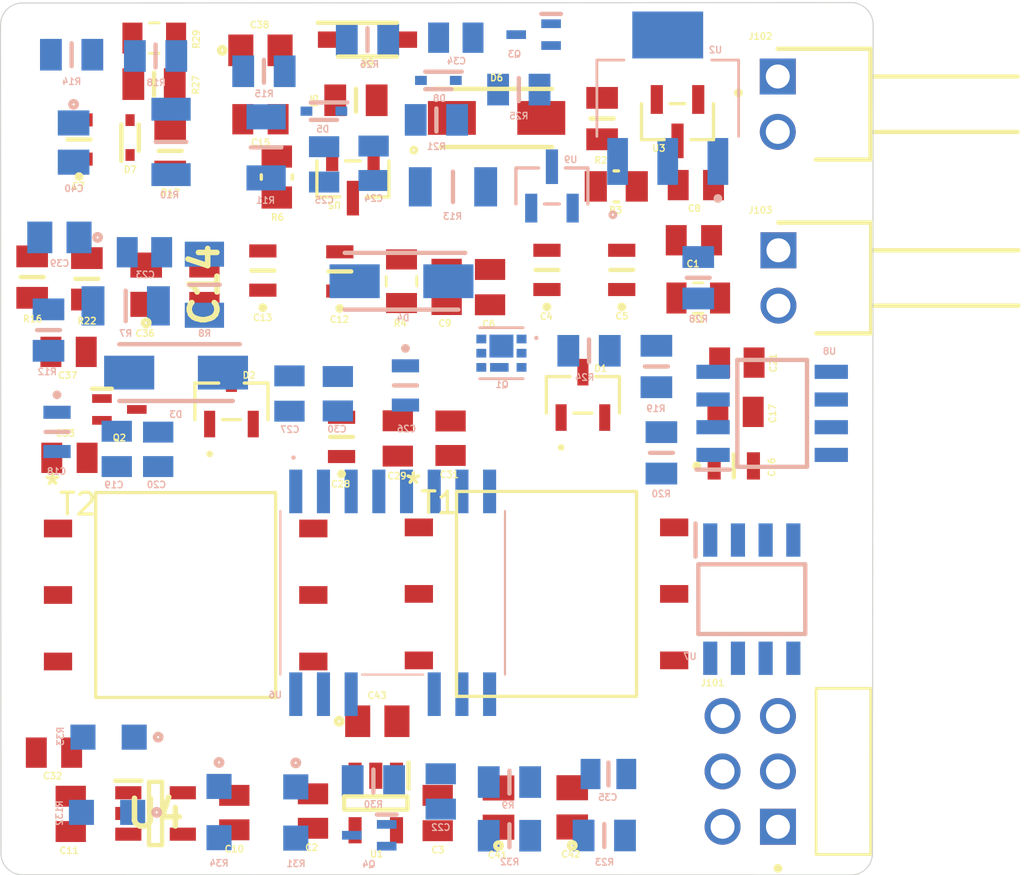
<source format=kicad_pcb>
(kicad_pcb (version 20240108) (generator "pcbnew") (generator_version "8.0")
  (layers (0 "F.Cu" signal) (31 "B.Cu" signal) (34 "B.Paste" user) (35 "F.Paste" user) (36 "B.SilkS" user "B.Silkscreen") (37 "F.SilkS" user "F.Silkscreen") (38 "B.Mask" user) (39 "F.Mask" user) (44 "Edge.Cuts" user))
  (net 0 "")
  (net 1 "+15Va")
  (net 2 "Coma")
  (net 3 "GND")
  (net 4 "5Vin")
  (net 5 "-4Va")
  (net 6 "-4Vb")
  (net 7 "Vcc5V")
  (net 8 "Comb")
  (net 9 "+15Vb")
  (net 10 "G1")
  (net 11 "Net-(D3-K)")
  (net 12 "G2")
  (net 13 "Net-(D4-K)")
  (net 14 "Net-(C25-Pad1)")
  (net 15 "Net-(D8-K)")
  (net 16 "Net-(U6-INB)")
  (net 17 "Net-(U6-INA)")
  (net 18 "Net-(D5-A)")
  (net 19 "Net-(D7-K)")
  (net 20 "Net-(D7-A)")
  (net 21 "Net-(D8-A)")
  (net 22 "FLT")
  (net 23 "RESET")
  (net 24 "Vg2")
  (net 25 "Net-(J101-Pad4)")
  (net 26 "Vg1")
  (net 27 "Net-(Q1-Pad1)")
  (net 28 "Net-(Q2-E)")
  (net 29 "Net-(Q4-C)")
  (net 30 "Net-(U4-D2)")
  (net 31 "Net-(U4-D1)")
  (net 32 "Net-(U1-D2)")
  (net 33 "Net-(U1-D1)")
  (net 34 "Net-(U7-INA)")
  (net 36 "Net-(U7-OUTB)")
  (net 37 "Net-(U9-REF)")
  (net 38 "Net-(U8--IN_A)")
  (net 39 "Net-(R6-R2)")
  (net 40 "Net-(R3-R2)")
  (net 41 "Net-(Q4-B)")
  (net 42 "Net-(Q3-C)")
  (net 43 "Net-(Q2-B)")
  (net 44 "Net-(D4-A)")
  (net 45 "Net-(D3-A)")
  (net 46 "Net-(D2-Pad2)")
  (net 47 "Net-(D2-Pad1)")
  (net 48 "Net-(D1-Pad1)")
  (net 49 "Net-(D1-Pad2)")
  (net 50 "Net-(U6-DT)")
  (net 51 "Net-(Q3-B)")
  (net 52 "Net-(U8-+IN_B)")
  (net 53 "Net-(U7-INB)")
  (footprint "GRT21BR61H475KE13L:GRT21BR61E226ME13L" (layer "F.Cu") (at 111.58 67.92)
    (property "Reference" "C16" (at 1.74 0.0586 90) (layer "F.SilkS") (effects (font (size 0.3 0.3) (thickness 0.06) (bold yes))))
    (property "Value" "4.7µF" (hide yes))
    (pad "1" smd rect (at -0.9 0) (size 0.6 1.25) (layers "F.Cu" "F.Paste" "F.Mask") (net 5 "-4Va"))
    (pad "2" smd rect (at 0.9 0) (size 0.6 1.25) (layers "F.Cu" "F.Paste" "F.Mask") (net 2 "Coma"))
  )
  (footprint "BZT52C5V1-G3-08:SOD3716X135N" (layer "F.Cu") (at 94.78 48.37)
    (property "Reference" "D9" (at 0.01 1.07 0) (layer "F.SilkS") (effects (font (size 0.3 0.3) (thickness 0.06) (bold yes))))
    (property "Value" "5.1V" (hide yes))
    (pad "1" smd rect (at -1.65 0 90) (size 0.75 1.25) (layers "F.Cu" "F.Paste" "F.Mask") (net 21 "Net-(D8-A)"))
    (pad "2" smd rect (at 1.65 0 90) (size 0.75 1.25) (layers "F.Cu" "F.Paste" "F.Mask") (net 6 "-4Vb"))
  )
  (footprint "GRT21BR61H475KE13L:GRT21BR61E226ME13L" (layer "F.Cu") (at 81.55 52.95 90)
    (property "Reference" "C7" (at -2.13 -0.03 0) (layer "F.SilkS") (effects (font (size 0.3 0.3) (thickness 0.06) (bold yes))))
    (property "Value" "4.7µF" (hide yes))
    (pad "1" smd rect (at -0.9 0 90) (size 0.6 1.25) (layers "F.Cu" "F.Paste" "F.Mask") (net 6 "-4Vb"))
    (pad "2" smd rect (at 0.9 0 90) (size 0.6 1.25) (layers "F.Cu" "F.Paste" "F.Mask") (net 7 "Vcc5V"))
  )
  (footprint "GRT21BR61H475KE13L:GRT21BR61E226ME13L" (layer "F.Cu") (at 89.98 58.96 90)
    (property "Reference" "C13" (at -2.16 -0.01 0) (layer "F.SilkS") (effects (font (size 0.3 0.3) (thickness 0.06) (bold yes))))
    (property "Value" "4.7µF" (hide yes))
    (pad "1" smd rect (at -0.9 0 90) (size 0.6 1.25) (layers "F.Cu" "F.Paste" "F.Mask") (net 6 "-4Vb"))
    (pad "2" smd rect (at 0.9 0 90) (size 0.6 1.25) (layers "F.Cu" "F.Paste" "F.Mask") (net 9 "+15Vb"))
  )
  (footprint "0805B104K250CT:CAPC2012X90N" (layer "F.Cu") (at 81.17 83.88 90)
    (property "Reference" "C11" (at -1.68 -0.07 0) (layer "F.SilkS") (effects (font (size 0.3 0.3) (thickness 0.06) (bold yes))))
    (property "Value" "0.1µF" (hide yes))
    (pad "1" smd rect (at -0.81 0 90) (size 0.96 1.39) (layers "F.Cu" "F.Paste" "F.Mask") (net 3 "GND"))
    (pad "2" smd rect (at 0.81 0 90) (size 0.96 1.39) (layers "F.Cu" "F.Paste" "F.Mask") (net 4 "5Vin"))
  )
  (footprint "C0805C101J1GACAUTO:C0805" (layer "F.Cu") (at 104.17 83.58 90)
    (property "Reference" "C42" (at -2.15 -0.07 0) (layer "F.SilkS") (effects (font (size 0.3 0.3) (thickness 0.06) (bold yes))))
    (property "Value" "100pF" (hide yes))
    (pad "1" smd rect (at -0.9 0 90) (size 1.15 1.45) (layers "F.Cu" "F.Paste" "F.Mask") (net 3 "GND"))
    (pad "2" smd rect (at 0.9 0 90) (size 1.15 1.45) (layers "F.Cu" "F.Paste" "F.Mask") (net 17 "Net-(U6-INA)"))
  )
  (footprint "AC0805KRX7R8BB104:CAPC2012X95N" (layer "F.Cu") (at 111.72 63.1814)
    (property "Reference" "C21" (at 1.67 0.0086 90) (layer "F.SilkS") (effects (font (size 0.3 0.3) (thickness 0.06) (bold yes))))
    (property "Value" "0.01µF" (hide yes))
    (pad "1" smd rect (at -0.79 0) (size 0.96 1.39) (layers "F.Cu" "F.Paste" "F.Mask") (net 5 "-4Va"))
    (pad "2" smd rect (at 0.79 0) (size 0.96 1.39) (layers "F.Cu" "F.Paste" "F.Mask") (net 2 "Coma"))
  )
  (footprint "CR0805-FX-5101ELF:RESC2012X60N" (layer "F.Cu") (at 81.91 59.34 90)
    (property "Reference" "R22" (at -1.93 0 0) (layer "F.SilkS") (effects (font (size 0.3 0.3) (thickness 0.06) (bold yes))))
    (property "Value" "2.2k" (hide yes))
    (pad "1" smd rect (at -0.95 0 90) (size 1 1.45) (layers "F.Cu" "F.Paste" "F.Mask") (net 20 "Net-(D7-A)"))
    (pad "2" smd rect (at 0.95 0 90) (size 1 1.45) (layers "F.Cu" "F.Paste" "F.Mask") (net 52 "Net-(U8-+IN_B)"))
  )
  (footprint "90121-0762:HDRRA2W64P0X254_1X2_508X250X360P" (layer "F.Cu") (at 113.6275 58.03 -90)
    (property "Reference" "J103" (at -1.84 0.8275 180) (layer "F.SilkS") (effects (font (size 0.3 0.3) (thickness 0.06) (bold yes))))
    (property "Value" "90121-0762" (hide yes))
    (pad "1" thru_hole rect (at 0 0 270) (size 1.65 1.65) (drill 1.1) (layers "*.Cu" "*.Mask") (net 2 "Coma"))
    (pad "2" thru_hole circle (at 2.54 0 270) (size 1.65 1.65) (drill 1.1) (layers "*.Cu" "*.Mask") (net 10 "G1"))
  )
  (footprint "CR0805-FX-5101ELF:RESC2012X60N" (layer "F.Cu") (at 85.73 53.47 90)
    (property "Reference" "R17" (at -1.92 0.01 0) (layer "F.SilkS") (effects (font (size 0.3 0.3) (thickness 0.06) (bold yes))))
    (property "Value" "1.0k" (hide yes))
    (pad "1" smd rect (at -0.95 0 90) (size 1 1.45) (layers "F.Cu" "F.Paste" "F.Mask") (net 19 "Net-(D7-K)"))
    (pad "2" smd rect (at 0.95 0 90) (size 1 1.45) (layers "F.Cu" "F.Paste" "F.Mask") (net 42 "Net-(Q3-C)"))
  )
  (footprint "C0805C101J1GACAUTO:C0805" (layer "F.Cu") (at 100.79 83.59 90)
    (property "Reference" "C41" (at -2.17 -0.05 0) (layer "F.SilkS") (effects (font (size 0.3 0.3) (thickness 0.06) (bold yes))))
    (property "Value" "100pF" (hide yes))
    (pad "1" smd rect (at -0.9 0 90) (size 1.15 1.45) (layers "F.Cu" "F.Paste" "F.Mask") (net 3 "GND"))
    (pad "2" smd rect (at 0.9 0 90) (size 1.15 1.45) (layers "F.Cu" "F.Paste" "F.Mask") (net 16 "Net-(U6-INB)"))
  )
  (footprint "750343725:TRANSFORMER_750343725_WRE-L" (layer "F.Cu") (at 102.99 73.79)
    (property "Reference" "T1" (at -4.93 -4.18 0) (layer "F.SilkS"))
    (property "Value" "750343725")
    (fp_text user "*" (at -6.1087 -5.005799 0) (layer "F.SilkS"))
    (fp_text user "*" (at -6.1087 -5.005799 0) (layer "F.SilkS"))
    (pad "1" smd rect (at -5.8547 -3.049999) (size 1.2954 0.8128) (layers "F.Cu" "F.Paste" "F.Mask") (net 32 "Net-(U1-D2)"))
    (pad "2" smd rect (at -5.8547 0) (size 1.2954 0.8128) (layers "F.Cu" "F.Paste" "F.Mask") (net 4 "5Vin"))
    (pad "3" smd rect (at -5.8547 3.049999) (size 1.2954 0.8128) (layers "F.Cu" "F.Paste" "F.Mask") (net 33 "Net-(U1-D1)"))
    (pad "4" smd rect (at 5.8547 3.049999) (size 1.2954 0.8128) (layers "F.Cu" "F.Paste" "F.Mask") (net 49 "Net-(D1-Pad2)"))
    (pad "5" smd rect (at 5.8547 0) (size 1.2954 0.8128) (layers "F.Cu" "F.Paste" "F.Mask") (net 5 "-4Va"))
    (pad "6" smd rect (at 5.8547 -3.049999) (size 1.2954 0.8128) (layers "F.Cu" "F.Paste" "F.Mask") (net 48 "Net-(D1-Pad1)"))
  )
  (footprint "LMK212ABJ106KGHT:CAPC2012X135N" (layer "F.Cu") (at 92.28 83.75 90)
    (property "Reference" "C2" (at -1.67 -0.06 0) (layer "F.SilkS") (effects (font (size 0.3 0.3) (thickness 0.06) (bold yes))))
    (property "Value" "10µF" (hide yes))
    (pad "1" smd rect (at -0.79 0 90) (size 0.96 1.39) (layers "F.Cu" "F.Paste" "F.Mask") (net 4 "5Vin"))
    (pad "2" smd rect (at 0.79 0 90) (size 0.96 1.39) (layers "F.Cu" "F.Paste" "F.Mask") (net 3 "GND"))
  )
  (footprint "GRT21BR61H475KE13L:GRT21BR61E226ME13L" (layer "F.Cu") (at 106.44 58.93 90)
    (property "Reference" "C5" (at -2.12 0.01 0) (layer "F.SilkS") (effects (font (size 0.3 0.3) (thickness 0.06) (bold yes))))
    (property "Value" "4.7µF" (hide yes))
    (pad "1" smd rect (at -0.9 0 90) (size 0.6 1.25) (layers "F.Cu" "F.Paste" "F.Mask") (net 5 "-4Va"))
    (pad "2" smd rect (at 0.9 0 90) (size 0.6 1.25) (layers "F.Cu" "F.Paste" "F.Mask") (net 1 "+15Va"))
  )
  (footprint "SN6501QDBVRQ1_KiCad:SOT95P280X145-5N" (layer "F.Cu") (at 95.16 83.38 -90)
    (property "Reference" "U1" (at 2.34 -0.04 180) (layer "F.SilkS") (effects (font (size 0.3 0.3) (thickness 0.06) (bold yes))))
    (property "Value" "SN6501QDBVRQ1" (hide yes))
    (pad "1" smd rect (at -1.25 -0.95) (size 0.6 1.2) (layers "F.Cu" "F.Paste" "F.Mask") (net 33 "Net-(U1-D1)"))
    (pad "2" smd rect (at -1.25 0) (size 0.6 1.2) (layers "F.Cu" "F.Paste" "F.Mask") (net 4 "5Vin"))
    (pad "3" smd rect (at -1.25 0.95) (size 0.6 1.2) (layers "F.Cu" "F.Paste" "F.Mask") (net 32 "Net-(U1-D2)"))
    (pad "4" smd rect (at 1.25 0.95) (size 0.6 1.2) (layers "F.Cu" "F.Paste" "F.Mask") (net 3 "GND"))
    (pad "5" smd rect (at 1.25 -0.95) (size 0.6 1.2) (layers "F.Cu" "F.Paste" "F.Mask") (net 3 "GND"))
  )
  (footprint "0805B104K250CT:CAPC2012X90N" (layer "F.Cu") (at 109.75 57.57)
    (property "Reference" "C1" (at -0.04 1.08 0) (layer "F.SilkS") (effects (font (size 0.3 0.3) (thickness 0.06) (bold yes))))
    (property "Value" "0.1µF" (hide yes))
    (pad "1" smd rect (at -0.81 0) (size 0.96 1.39) (layers "F.Cu" "F.Paste" "F.Mask") (net 2 "Coma"))
    (pad "2" smd rect (at 0.81 0) (size 0.96 1.39) (layers "F.Cu" "F.Paste" "F.Mask") (net 1 "+15Va"))
  )
  (footprint "1N4149X-TP:SODFL1608X70N" (layer "F.Cu") (at 83.89 52.86 90)
    (property "Reference" "D7" (at -1.47 0.01 0) (layer "F.SilkS") (effects (font (size 0.3 0.3) (thickness 0.06) (bold yes))))
    (property "Value" "1N4148X-TP" (hide yes))
    (pad "1" smd rect (at -0.8 0 180) (size 0.42 0.54) (layers "F.Cu" "F.Paste" "F.Mask") (net 19 "Net-(D7-K)"))
    (pad "2" smd rect (at 0.8 0 180) (size 0.42 0.54) (layers "F.Cu" "F.Paste" "F.Mask") (net 20 "Net-(D7-A)"))
  )
  (footprint "90122-0763:MOLEX_90122-0763" (layer "F.Cu") (at 112.335 81.93 90)
    (property "Reference" "J101" (at 4.06 -1.725 0) (layer "F.SilkS") (effects (font (size 0.3 0.3) (thickness 0.06) (bold yes))))
    (property "Value" "90122-0763" (hide yes))
    (pad "1" thru_hole rect (at -2.54 1.27 90) (size 1.65 1.65) (drill 1.1) (layers "*.Cu" "*.Mask") (net 23 "RESET"))
    (pad "2" thru_hole circle (at -2.54 -1.27 90) (size 1.65 1.65) (drill 1.1) (layers "*.Cu" "*.Mask") (net 22 "FLT"))
    (pad "3" thru_hole circle (at 0 1.27 90) (size 1.65 1.65) (drill 1.1) (layers "*.Cu" "*.Mask") (net 3 "GND"))
    (pad "4" thru_hole circle (at 0 -1.27 90) (size 1.65 1.65) (drill 1.1) (layers "*.Cu" "*.Mask") (net 25 "Net-(J101-Pad4)"))
    (pad "5" thru_hole circle (at 2.54 1.27 90) (size 1.65 1.65) (drill 1.1) (layers "*.Cu" "*.Mask") (net 24 "Vg2"))
    (pad "6" thru_hole circle (at 2.54 -1.27 90) (size 1.65 1.65) (drill 1.1) (layers "*.Cu" "*.Mask") (net 26 "Vg1"))
  )
  (footprint "RR1220P-4991-D-M:RESC2013X65N" (layer "F.Cu") (at 90.62 54.6702 90)
    (property "Reference" "R6" (at -1.8498 0.03 0) (layer "F.SilkS") (effects (font (size 0.3 0.3) (thickness 0.06) (bold yes))))
    (property "Value" "4.99k" (hide yes))
    (pad "1" smd rect (at -0.9398 0 90) (size 1.016 1.397) (layers "F.Cu" "F.Paste" "F.Mask") (net 6 "-4Vb"))
    (pad "2" smd rect (at 0.9398 0 90) (size 1.016 1.397) (layers "F.Cu" "F.Paste" "F.Mask") (net 39 "Net-(R6-R2)"))
  )
  (footprint "GRT21BR61H475KE13L:GRT21BR61E226ME13L" (layer "F.Cu") (at 103.01 58.93 90)
    (property "Reference" "C4" (at -2.14 -0.03 0) (layer "F.SilkS") (effects (font (size 0.3 0.3) (thickness 0.06) (bold yes))))
    (property "Value" "4.7µF" (hide yes))
    (pad "1" smd rect (at -0.9 0 90) (size 0.6 1.25) (layers "F.Cu" "F.Paste" "F.Mask") (net 5 "-4Va"))
    (pad "2" smd rect (at 0.9 0 90) (size 0.6 1.25) (layers "F.Cu" "F.Paste" "F.Mask") (net 1 "+15Va"))
  )
  (footprint "0805B104K250CT:CAPC2012X90N" (layer "F.Cu") (at 98.41 59.71 90)
    (property "Reference" "C9" (at -1.67 -0.08 0) (layer "F.SilkS") (effects (font (size 0.3 0.3) (thickness 0.06) (bold yes))))
    (property "Value" "0.1µF" (hide yes))
    (pad "1" smd rect (at -0.81 0 90) (size 0.96 1.39) (layers "F.Cu" "F.Paste" "F.Mask") (net 8 "Comb"))
    (pad "2" smd rect (at 0.81 0 90) (size 0.96 1.39) (layers "F.Cu" "F.Paste" "F.Mask") (net 9 "+15Vb"))
  )
  (footprint "CRCW08054K70JNEA:RESC2012X50N" (layer "F.Cu") (at 85 48.3)
    (property "Reference" "R29" (at 1.93 0.05 90) (layer "F.SilkS") (effects (font (size 0.3 0.3) (thickness 0.06) (bold yes))))
    (property "Value" "15k")
    (pad "1" smd rect (at -1 0) (size 0.92 1.42) (layers "F.Cu" "F.Paste" "F.Mask") (net 6 "-4Vb"))
    (pad "2" smd rect (at 1 0) (size 0.92 1.42) (layers "F.Cu" "F.Paste" "F.Mask") (net 51 "Net-(Q3-B)"))
  )
  (footprint "SN6501QDBVRQ1_KiCad:SOT95P280X145-5N" (layer "F.Cu") (at 85.06 83.86)
    (property "Reference" "U4" (at 0 0 0) (layer "F.SilkS") (effects (font (size 1.27 1.27) (thickness 0.254))))
    (property "Value" "SN6501QDBVRQ1" (hide yes))
    (pad "1" smd rect (at -1.25 -0.95 90) (size 0.6 1.2) (layers "F.Cu" "F.Paste" "F.Mask") (net 31 "Net-(U4-D1)"))
    (pad "2" smd rect (at -1.25 0 90) (size 0.6 1.2) (layers "F.Cu" "F.Paste" "F.Mask") (net 4 "5Vin"))
    (pad "3" smd rect (at -1.25 0.95 90) (size 0.6 1.2) (layers "F.Cu" "F.Paste" "F.Mask") (net 30 "Net-(U4-D2)"))
    (pad "4" smd rect (at 1.25 0.95 90) (size 0.6 1.2) (layers "F.Cu" "F.Paste" "F.Mask") (net 3 "GND"))
    (pad "5" smd rect (at 1.25 -0.95 90) (size 0.6 1.2) (layers "F.Cu" "F.Paste" "F.Mask") (net 3 "GND"))
  )
  (footprint "0805B104K250CT:CAPC2012X90N" (layer "F.Cu") (at 89.87 52.02)
    (property "Reference" "C15" (at 0.01 1.07 0) (layer "F.SilkS") (effects (font (size 0.3 0.3) (thickness 0.06) (bold yes))))
    (property "Value" "0.1µF" (hide yes))
    (pad "1" smd rect (at -0.81 0) (size 0.96 1.39) (layers "F.Cu" "F.Paste" "F.Mask") (net 6 "-4Vb"))
    (pad "2" smd rect (at 0.81 0) (size 0.96 1.39) (layers "F.Cu" "F.Paste" "F.Mask") (net 8 "Comb"))
  )
  (footprint "0805B104K250CT:CAPC2012X90N" (layer "F.Cu") (at 80.4 81.07)
    (property "Reference" "C32" (at -0.06 1.07 0) (layer "F.SilkS") (effects (font (size 0.3 0.3) (thickness 0.06) (bold yes))))
    (property "Value" "0.1µF" (hide yes))
    (pad "1" smd rect (at -0.81 0) (size 0.96 1.39) (layers "F.Cu" "F.Paste" "F.Mask") (net 3 "GND"))
    (pad "2" smd rect (at 0.81 0) (size 0.96 1.39) (layers "F.Cu" "F.Paste" "F.Mask") (net 4 "5Vin"))
  )
  (footprint "CR0805-FX-5101ELF:RESC2012X60N" (layer "F.Cu") (at 105.54 51.99 90)
    (property "Reference" "R2" (at -1.91 -0.06 0) (layer "F.SilkS") (effects (font (size 0.3 0.3) (thickness 0.06) (bold yes))))
    (property "Value" "3.01k" (hide yes))
    (pad "1" smd rect (at -0.95 0 90) (size 1 1.45) (layers "F.Cu" "F.Paste" "F.Mask") (net 40 "Net-(R3-R2)"))
    (pad "2" smd rect (at 0.95 0 90) (size 1 1.45) (layers "F.Cu" "F.Paste" "F.Mask") (net 2 "Coma"))
  )
  (footprint "GRT21BR61H475KE13L:GRT21BR61E226ME13L" (layer "F.Cu") (at 93.59 66.59 90)
    (property "Reference" "C28" (at -2.16 -0.04 0) (layer "F.SilkS") (effects (font (size 0.3 0.3) (thickness 0.06) (bold yes))))
    (property "Value" "4.7µF" (hide yes))
    (pad "1" smd rect (at -0.9 0 90) (size 0.6 1.25) (layers "F.Cu" "F.Paste" "F.Mask") (net 8 "Comb"))
    (pad "2" smd rect (at 0.9 0 90) (size 0.6 1.25) (layers "F.Cu" "F.Paste" "F.Mask") (net 9 "+15Vb"))
  )
  (footprint "BAV70-E3-08:SOT_70-E3-08_VIS" (layer "F.Cu") (at 88.540001 64.9586)
    (property "Reference" "D2" (at 0.809999 -1.1986 0) (layer "F.SilkS") (effects (font (size 0.3 0.3) (thickness 0.06) (bold yes))))
    (property "Value" "BAV70-E3-08")
    (pad "1" smd rect (at -1.000001 1.0414) (size 0.508 1.2192) (layers "F.Cu" "F.Paste" "F.Mask") (net 47 "Net-(D2-Pad1)"))
    (pad "2" smd rect (at 1.000001 1.0414) (size 0.508 1.2192) (layers "F.Cu" "F.Paste" "F.Mask") (net 46 "Net-(D2-Pad2)"))
    (pad "3" smd rect (at 0 -1.0414) (size 0.508 1.2192) (layers "F.Cu" "F.Paste" "F.Mask") (net 9 "+15Vb"))
  )
  (footprint "BAV70-E3-08:SOT_70-E3-08_VIS" (layer "F.Cu") (at 104.66 64.6614)
    (property "Reference" "D1" (at 0.81 -1.2114 0) (layer "F.SilkS") (effects (font (size 0.3 0.3) (thickness 0.06) (bold yes))))
    (property "Value" "BAV70-E3-08")
    (pad "1" smd rect (at -1.000001 1.0414) (size 0.508 1.2192) (layers "F.Cu" "F.Paste" "F.Mask") (net 48 "Net-(D1-Pad1)"))
    (pad "2" smd rect (at 1.000001 1.0414) (size 0.508 1.2192) (layers "F.Cu" "F.Paste" "F.Mask") (net 49 "Net-(D1-Pad2)"))
    (pad "3" smd rect (at 0 -1.0414) (size 0.508 1.2192) (layers "F.Cu" "F.Paste" "F.Mask") (net 1 "+15Va"))
  )
  (footprint "0805B104K250CT:CAPC2012X90N" (layer "F.Cu") (at 109.84 55.04)
    (property "Reference" "C8" (at -0.07 1.07 0) (layer "F.SilkS") (effects (font (size 0.3 0.3) (thickness 0.06) (bold yes))))
    (property "Value" "0.1µF" (hide yes))
    (pad "1" smd rect (at -0.81 0) (size 0.96 1.39) (layers "F.Cu" "F.Paste" "F.Mask") (net 5 "-4Va"))
    (pad "2" smd rect (at 0.81 0) (size 0.96 1.39) (layers "F.Cu" "F.Paste" "F.Mask") (net 2 "Coma"))
  )
  (footprint "0805B104K250CT:CAPC2012X90N" (layer "F.Cu") (at 96.17 66.66 90)
    (property "Reference" "C29" (at -1.72 -0.04 0) (layer "F.SilkS") (effects (font (size 0.3 0.3) (thickness 0.06) (bold yes))))
    (property "Value" "0.1µF" (hide yes))
    (pad "1" smd rect (at -0.81 0 90) (size 0.96 1.39) (layers "F.Cu" "F.Paste" "F.Mask") (net 8 "Comb"))
    (pad "2" smd rect (at 0.81 0 90) (size 0.96 1.39) (layers "F.Cu" "F.Paste" "F.Mask") (net 9 "+15Vb"))
  )
  (footprint "RR1220P-4991-D-M:RESC2013X65N" (layer "F.Cu") (at 106.19 55.1)
    (property "Reference" "R3" (at -0.03 1.09 0) (layer "F.SilkS") (effects (font (size 0.3 0.3) (thickness 0.06) (bold yes))))
    (property "Value" "4.99k" (hide yes))
    (pad "1" smd rect (at -0.9398 0) (size 1.016 1.397) (layers "F.Cu" "F.Paste" "F.Mask") (net 5 "-4Va"))
    (pad "2" smd rect (at 0.9398 0) (size 1.016 1.397) (layers "F.Cu" "F.Paste" "F.Mask") (net 40 "Net-(R3-R2)"))
  )
  (footprint "CRCW08054K70JNEA:RESC2012X50N" (layer "F.Cu") (at 96.34 59.45 90)
    (property "Reference" "R4" (at -1.93 -0.06 0) (layer "F.SilkS") (effects (font (size 0.3 0.3) (thickness 0.06) (bold yes))))
    (property "Value" "4.7k")
    (pad "1" smd rect (at -1 0 90) (size 0.92 1.42) (layers "F.Cu" "F.Paste" "F.Mask") (net 8 "Comb"))
    (pad "2" smd rect (at 1 0 90) (size 0.92 1.42) (layers "F.Cu" "F.Paste" "F.Mask") (net 9 "+15Vb"))
  )
  (footprint "LMK212ABJ106KGHT:CAPC2012X135N" (layer "F.Cu") (at 88.67 83.82 90)
    (property "Reference" "C10" (at -1.67 0 0) (layer "F.SilkS") (effects (font (size 0.3 0.3) (thickness 0.06) (bold yes))))
    (property "Value" "10µF" (hide yes))
    (pad "1" smd rect (at -0.79 0 90) (size 0.96 1.39) (layers "F.Cu" "F.Paste" "F.Mask") (net 4 "5Vin"))
    (pad "2" smd rect (at 0.79 0 90) (size 0.96 1.39) (layers "F.Cu" "F.Paste" "F.Mask") (net 3 "GND"))
  )
  (footprint "90121-0762:HDRRA2W64P0X254_1X2_508X250X360P" (layer "F.Cu") (at 113.5975 50.06 -90)
    (property "Reference" "J102" (at -1.84 0.7975 180) (layer "F.SilkS") (effects (font (size 0.3 0.3) (thickness 0.06) (bold yes))))
    (property "Value" "90121-0762" (hide yes))
    (pad "1" thru_hole rect (at 0 0 270) (size 1.65 1.65) (drill 1.1) (layers "*.Cu" "*.Mask") (net 8 "Comb"))
    (pad "2" thru_hole circle (at 2.54 0 270) (size 1.65 1.65) (drill 1.1) (layers "*.Cu" "*.Mask") (net 12 "G2"))
  )
  (footprint "MMBT3904T-7-F:SOT50P160X90-3N" (layer "F.Cu") (at 83.4 65.33)
    (property "Reference" "Q2" (at 0 1.3 0) (layer "F.SilkS") (effects (font (size 0.3 0.3) (thickness 0.06) (bold yes))))
    (property "Value" "MMBT3904T-7-F" (hide yes))
    (pad "1" smd rect (at -0.8 -0.5 90) (size 0.4 0.9) (layers "F.Cu" "F.Paste" "F.Mask") (net 43 "Net-(Q2-B)"))
    (pad "2" smd rect (at -0.8 0.5 90) (size 0.4 0.9) (layers "F.Cu" "F.Paste" "F.Mask") (net 28 "Net-(Q2-E)"))
    (pad "3" smd rect (at 0.8 0 90) (size 0.4 0.9) (layers "F.Cu" "F.Paste" "F.Mask") (net 7 "Vcc5V"))
  )
  (footprint "GRT21BR61H475KE13L:GRT21BR61E226ME13L" (layer "F.Cu") (at 93.51 59 90)
    (property "Reference" "C12" (at -2.2 -0.02 0) (layer "F.SilkS") (effects (font (size 0.3 0.3) (thickness 0.06) (bold yes))))
    (property "Value" "4.7µF" (hide yes))
    (pad "1" smd rect (at -0.9 0 90) (size 0.6 1.25) (layers "F.Cu" "F.Paste" "F.Mask") (net 6 "-4Vb"))
    (pad "2" smd rect (at 0.9 0 90) (size 0.6 1.25) (layers "F.Cu" "F.Paste" "F.Mask") (net 9 "+15Vb"))
  )
  (footprint "0805B104K250CT:CAPC2012X90N" (layer "F.Cu") (at 111.66 65.4414)
    (property "Reference" "C17" (at 1.7 0.0786 90) (layer "F.SilkS") (effects (font (size 0.3 0.3) (thickness 0.06) (bold yes))))
    (property "Value" "0.1µF" (hide yes))
    (pad "1" smd rect (at -0.81 0) (size 0.96 1.39) (layers "F.Cu" "F.Paste" "F.Mask") (net 5 "-4Va"))
    (pad "2" smd rect (at 0.81 0) (size 0.96 1.39) (layers "F.Cu" "F.Paste" "F.Mask") (net 2 "Coma"))
  )
  (footprint "C0805C101J1GACAUTO:C0805" (layer "F.Cu") (at 89.87 48.86)
    (property "Reference" "C38" (at -0.04 -1.17 0) (layer "F.SilkS") (effects (font (size 0.3 0.3) (thickness 0.06) (bold yes))))
    (property "Value" "100pF" (hide yes))
    (pad "1" smd rect (at -0.9 0) (size 1.15 1.45) (layers "F.Cu" "F.Paste" "F.Mask") (net 6 "-4Vb"))
    (pad "2" smd rect (at 0.9 0) (size 1.15 1.45) (layers "F.Cu" "F.Paste" "F.Mask") (net 51 "Net-(Q3-B)"))
  )
  (footprint "C0805C101J1GACAUTO:C0805" (layer "F.Cu") (at 84.63 59.61 90)
    (property "Reference" "C36" (at -2.23 -0.05 0) (layer "F.SilkS") (effects (font (size 0.3 0.3) (thickness 0.06) (bold yes))))
    (property "Value" "470pF" (hide yes))
    (pad "1" smd rect (at -0.9 0 90) (size 1.15 1.45) (layers "F.Cu" "F.Paste" "F.Mask") (net 6 "-4Vb"))
    (pad "2" smd rect (at 0.9 0 90) (size 1.15 1.45) (layers "F.Cu" "F.Paste" "F.Mask") (net 52 "Net-(U8-+IN_B)"))
  )
  (footprint "AC0805KRX7R8BB104:CAPC2012X95N" (layer "F.Cu") (at 98.59 66.65 90)
    (property "Reference" "C31" (at -1.67 -0.06 0) (layer "F.SilkS") (effects (font (size 0.3 0.3) (thickness 0.06) (bold yes))))
    (property "Value" "0.01µF" (hide yes))
    (pad "1" smd rect (at -0.79 0 90) (size 0.96 1.39) (layers "F.Cu" "F.Paste" "F.Mask") (net 8 "Comb"))
    (pad "2" smd rect (at 0.79 0 90) (size 0.96 1.39) (layers "F.Cu" "F.Paste" "F.Mask") (net 9 "+15Vb"))
  )
  (footprint "CR0805-FX-5101ELF:RESC2012X60N" (layer "F.Cu") (at 79.4 59.26 90)
    (property "Reference" "R16" (at -1.92 0.02 0) (layer "F.SilkS") (effects (font (size 0.3 0.3) (thickness 0.06) (bold yes))))
    (property "Value" "1.0k" (hide yes))
    (pad "1" smd rect (at -0.95 0 90) (size 1 1.45) (layers "F.Cu" "F.Paste" "F.Mask") (net 20 "Net-(D7-A)"))
    (pad "2" smd rect (at 0.95 0 90) (size 1 1.45) (layers "F.Cu" "F.Paste" "F.Mask") (net 43 "Net-(Q2-B)"))
  )
  (footprint "0805B104K250CT:CAPC2012X90N" (layer "F.Cu") (at 100.4 59.72 90)
    (property "Reference" "C6" (at -1.69 -0.06 0) (layer "F.SilkS") (effects (font (size 0.3 0.3) (thickness 0.06) (bold yes))))
    (property "Value" "0.1µF" (hide yes))
    (pad "1" smd rect (at -0.81 0 90) (size 0.96 1.39) (layers "F.Cu" "F.Paste" "F.Mask") (net 5 "-4Va"))
    (pad "2" smd rect (at 0.81 0 90) (size 0.96 1.39) (layers "F.Cu" "F.Paste" "F.Mask") (net 1 "+15Va"))
  )
  (footprint "CRCW08054K70JNEA:RESC2012X50N" (layer "F.Cu") (at 109.95 60.22)
    (property "Reference" "R1" (at 0 0.98 0) (layer "F.SilkS") (effects (font (size 0.3 0.3) (thickness 0.06) (bold yes))))
    (property "Value" "4.7k")
    (pad "1" smd rect (at -1 0) (size 0.92 1.42) (layers "F.Cu" "F.Paste" "F.Mask") (net 2 "Coma"))
    (pad "2" smd rect (at 1 0) (size 0.92 1.42) (layers "F.Cu" "F.Paste" "F.Mask") (net 1 "+15Va"))
  )
  (footprint "TL431AQDBZRQ1:DBZ3" (layer "F.Cu") (at 94.109999 54.756 180)
    (property "Reference" "U5" (at 0.850001 -1.194 180) (layer "F.SilkS") (effects (font (size 0.3 0.3) (thickness 0.06) (bold yes))))
    (property "Value" "TL431AQDBZRQ1" (hide yes))
    (pad "1" smd rect (at -0.950001 1.016 180) (size 0.5588 1.3208) (layers "F.Cu" "F.Paste" "F.Mask") (net 8 "Comb"))
    (pad "2" smd rect (at 0.950001 1.016 180) (size 0.5588 1.3208) (layers "F.Cu" "F.Paste" "F.Mask") (net 39 "Net-(R6-R2)"))
    (pad "3" smd rect (at 0 -0.88265 180) (size 0.5588 1.5875) (layers "F.Cu" "F.Paste" "F.Mask") (net 6 "-4Vb"))
  )
  (footprint "C0805C101J1GACAUTO:C0805" (layer "F.Cu") (at 95.23 79.63)
    (property "Reference" "C43" (at -0.01 -1.18 0) (layer "F.SilkS") (effects (font (size 0.3 0.3) (thickness 0.06) (bold yes))))
    (property "Value" "100pF" (hide yes))
    (pad "1" smd rect (at -0.9 0) (size 1.15 1.45) (layers "F.Cu" "F.Paste" "F.Mask") (net 3 "GND"))
    (pad "2" smd rect (at 0.9 0) (size 1.15 1.45) (layers "F.Cu" "F.Paste" "F.Mask") (net 50 "Net-(U6-DT)"))
  )
  (footprint "BYG23T-M3 TR:DIOM5127X229N" (layer "F.Cu") (at 100.7 51.96)
    (property "Reference" "D6" (at 0 -1.84 0) (layer "F.SilkS") (effects (font (size 0.3 0.3) (thickness 0.06) (bold yes))))
    (property "Value" "BYG23T-M3/TR" (hide yes))
    (pad "1" smd rect (at -2.05 0 90) (size 1.55 2.2) (layers "F.Cu" "F.Paste" "F.Mask") (net 2 "Coma"))
    (pad "2" smd rect (at 2.05 0 90) (size 1.55 2.2) (layers "F.Cu" "F.Paste" "F.Mask") (net 18 "Net-(D5-A)"))
  )
  (footprint "750343725:TRANSFORMER_750343725_WRE-L" (layer "F.Cu") (at 86.44 73.84)
    (property "Reference" "T2" (at -4.95 -4.17 0) (layer "F.SilkS"))
    (property "Value" "750343725")
    (fp_text user "*" (at -6.1087 -5.005799 0) (layer "F.SilkS"))
    (fp_text user "*" (at -6.1087 -5.005799 0) (layer "F.SilkS"))
    (pad "1" smd rect (at -5.8547 -3.049999) (size 1.2954 0.8128) (layers "F.Cu" "F.Paste" "F.Mask") (net 30 "Net-(U4-D2)"))
    (pad "2" smd rect (at -5.8547 0) (size 1.2954 0.8128) (layers "F.Cu" "F.Paste" "F.Mask") (net 4 "5Vin"))
    (pad "3" smd rect (at -5.8547 3.049999) (size 1.2954 0.8128) (layers "F.Cu" "F.Paste" "F.Mask") (net 31 "Net-(U4-D1)"))
    (pad "4" smd rect (at 5.8547 3.049999) (size 1.2954 0.8128) (layers "F.Cu" "F.Paste" "F.Mask") (net 46 "Net-(D2-Pad2)"))
    (pad "5" smd rect (at 5.8547 0) (size 1.2954 0.8128) (layers "F.Cu" "F.Paste" "F.Mask") (net 6 "-4Vb"))
    (pad "6" smd rect (at 5.8547 -3.049999) (size 1.2954 0.8128) (layers "F.Cu" "F.Paste" "F.Mask") (net 47 "Net-(D2-Pad1)"))
  )
  (footprint "CR0805-FX-5101ELF:RESC2012X60N" (layer "F.Cu") (at 94.25 51.15)
    (property "Reference" "R5" (at -1.9 0.02 90) (layer "F.SilkS") (effects (font (size 0.3 0.3) (thickness 0.06) (bold yes))))
    (property "Value" "3.01k" (hide yes))
    (pad "1" smd rect (at -0.95 0) (size 1 1.45) (layers "F.Cu" "F.Paste" "F.Mask") (net 39 "Net-(R6-R2)"))
    (pad "2" smd rect (at 0.95 0) (size 1 1.45) (layers "F.Cu" "F.Paste" "F.Mask") (net 8 "Comb"))
  )
  (footprint "0805B104K250CT:CAPC2012X90N" (layer "F.Cu") (at 81.07 62.69)
    (property "Reference" "C37" (at -0.04 1.08 0) (layer "F.SilkS") (effects (font (size 0.3 0.3) (thickness 0.06) (bold yes))))
    (property "Value" "0.1µF" (hide yes))
    (pad "1" smd rect (at -0.81 0) (size 0.96 1.39) (layers "F.Cu" "F.Paste" "F.Mask") (net 6 "-4Vb"))
    (pad "2" smd rect (at 0.81 0) (size 0.96 1.39) (layers "F.Cu" "F.Paste" "F.Mask") (net 7 "Vcc5V"))
  )
  (footprint "CR0805-FX-5101ELF:RESC2012X60N" (layer "F.Cu") (at 84.99 50.41)
    (property "Reference" "R27" (at 1.92 0.04 90) (layer "F.SilkS") (effects (font (size 0.3 0.3) (thickness 0.06) (bold yes))))
    (property "Value" "1.0k" (hide yes))
    (pad "1" smd rect (at -0.95 0) (size 1 1.45) (layers "F.Cu" "F.Paste" "F.Mask") (net 36 "Net-(U7-OUTB)"))
    (pad "2" smd rect (at 0.95 0) (size 1 1.45) (layers "F.Cu" "F.Paste" "F.Mask") (net 51 "Net-(Q3-B)"))
  )
  (footprint "0805B104K250CT:CAPC2012X90N" (layer "F.Cu") (at 87.3 59.61 90)
    (property "Reference" "C14" (at 0 0 -90) (layer "F.SilkS") (effects (font (size 1.27 1.27) (thickness 0.254))))
    (property "Value" "0.1µF" (hide yes))
    (pad "1" smd rect (at -0.81 0 90) (size 0.96 1.39) (layers "F.Cu" "F.Paste" "F.Mask") (net 6 "-4Vb"))
    (pad "2" smd rect (at 0.81 0 90) (size 0.96 1.39) (layers "F.Cu" "F.Paste" "F.Mask") (net 9 "+15Vb"))
  )
  (footprint "0805B104K250CT:CAPC2012X90N" (layer "F.Cu") (at 81.11 67.55)
    (property "Reference" "C33" (at -0.19 -1.13 0) (layer "F.SilkS") (effects (font (size 0.3 0.3) (thickness 0.06) (bold yes))))
    (property "Value" "0.1µF" (hide yes))
    (pad "1" smd rect (at -0.81 0) (size 0.96 1.39) (layers "F.Cu" "F.Paste" "F.Mask") (net 6 "-4Vb"))
    (pad "2" smd rect (at 0.81 0) (size 0.96 1.39) (layers "F.Cu" "F.Paste" "F.Mask") (net 7 "Vcc5V"))
  )
  (footprint "TL431AQDBZRQ1:DBZ3" (layer "F.Cu") (at 108.9985 52.13 180)
    (property "Reference" "U3" (at 0.8585 -1.22 0) (layer "F.SilkS") (effects (font (size 0.3 0.3) (thickness 0.06) (bold yes))))
    (property "Value" "TL431AQDBZRQ1" (hide yes))
    (pad "1" smd rect (at -0.950001 1.016 180) (size 0.5588 1.3208) (layers "F.Cu" "F.Paste" "F.Mask") (net 2 "Coma"))
    (pad "2" smd rect (at 0.950001 1.016 180) (size 0.5588 1.3208) (layers "F.Cu" "F.Paste" "F.Mask") (net 40 "Net-(R3-R2)"))
    (pad "3" smd rect (at 0 -0.88265 180) (size 0.5588 1.5875) (layers "F.Cu" "F.Paste" "F.Mask") (net 5 "-4Va"))
  )
  (footprint "0805B104K250CT:CAPC2012X90N" (layer "F.Cu") (at 98 83.84 90)
    (property "Reference" "C3" (at -1.69 0.01 0) (layer "F.SilkS") (effects (font (size 0.3 0.3) (thickness 0.06) (bold yes))))
    (property "Value" "0.1µF" (hide yes))
    (pad "1" smd rect (at -0.81 0 90) (size 0.96 1.39) (layers "F.Cu" "F.Paste" "F.Mask") (net 3 "GND"))
    (pad "2" smd rect (at 0.81 0 90) (size 0.96 1.39) (layers "F.Cu" "F.Paste" "F.Mask") (net 4 "5Vin"))
  )
  (footprint "ERJ-U060R00V:ERJS06_U06__0805_" (layer "B.Cu") (at 82.905 80.36 180)
    (property "Reference" "R33" (at 2.205 0.04 90) (layer "B.SilkS") (effects (font (size 0.3 0.3) (thickness 0.06) (bold yes)) (justify mirror)))
    (property "Value" "0" (hide yes))
    (pad "1" smd rect (at -1.175 0 90) (size 1.15 1.15) (layers "B.Cu" "B.Paste" "B.Mask") (net 26 "Vg1"))
    (pad "2" smd rect (at 1.175 0 90) (size 1.15 1.15) (layers "B.Cu" "B.Paste" "B.Mask") (net 17 "Net-(U6-INA)"))
  )
  (footprint "C0805C101J1GACAUTO:C0805" (layer "B.Cu") (at 81.3 53.09 -90)
    (property "Reference" "C40" (at 2.11 -0.02 180) (layer "B.SilkS") (effects (font (size 0.3 0.3) (thickness 0.06) (bold yes)) (justify mirror)))
    (property "Value" "1000pF" (hide yes))
    (pad "1" smd rect (at -0.9 0 270) (size 1.15 1.45) (layers "B.Cu" "B.Paste" "B.Mask") (net 12 "G2"))
    (pad "2" smd rect (at 0.9 0 270) (size 1.15 1.45) (layers "B.Cu" "B.Paste" "B.Mask") (net 8 "Comb"))
  )
  (footprint "CRCW12065R11FKEA:RESC3216X60N" (layer "B.Cu") (at 98.7 55.12 180)
    (property "Reference" "R13" (at 0.02 -1.35 180) (layer "B.SilkS") (effects (font (size 0.3 0.3) (thickness 0.06) (bold yes)) (justify mirror)))
    (property "Value" "27" (hide yes))
    (pad "1" smd rect (at -1.5 0 180) (size 1.05 1.8) (layers "B.Cu" "B.Paste" "B.Mask") (net 27 "Net-(Q1-Pad1)"))
    (pad "2" smd rect (at 1.5 0 180) (size 1.05 1.8) (layers "B.Cu" "B.Paste" "B.Mask") (net 14 "Net-(C25-Pad1)"))
  )
  (footprint "TPS7B6950QDCYRQ1:VREG_TPS7B6950QDCYRQ1" (layer "B.Cu") (at 108.549999 51.056 90)
    (property "Reference" "U2" (at 2.216 2.190001 0) (layer "B.SilkS") (effects (font (size 0.3 0.3) (thickness 0.06) (bold yes)) (justify mirror)))
    (property "Value" "TPS7B6950QDCYRQ1")
    (pad "1" smd rect (at -2.9 2.3 180) (size 0.95 2.15) (layers "B.Cu" "B.Paste" "B.Mask") (net 9 "+15Vb"))
    (pad "2" smd rect (at -2.9 0 180) (size 0.95 2.15) (layers "B.Cu" "B.Paste" "B.Mask") (net 6 "-4Vb"))
    (pad "3" smd rect (at -2.9 -2.3 180) (size 0.95 2.15) (layers "B.Cu" "B.Paste" "B.Mask") (net 7 "Vcc5V"))
    (pad "4" smd rect (at 2.9 0 180) (size 3.25 2.15) (layers "B.Cu" "B.Paste" "B.Mask") (net 6 "-4Vb"))
  )
  (footprint "GRT21BR61H475KE13L:GRT21BR61E226ME13L" (layer "B.Cu") (at 96.52 64.23 -90)
    (property "Reference" "C26" (at 1.99 -0.05 180) (layer "B.SilkS") (effects (font (size 0.3 0.3) (thickness 0.06) (bold yes)) (justify mirror)))
    (property "Value" "4.7µF" (hide yes))
    (pad "1" smd rect (at -0.9 0 270) (size 0.6 1.25) (layers "B.Cu" "B.Paste" "B.Mask") (net 8 "Comb"))
    (pad "2" smd rect (at 0.9 0 270) (size 0.6 1.25) (layers "B.Cu" "B.Paste" "B.Mask") (net 6 "-4Vb"))
  )
  (footprint "CR0805-FX-5101ELF:RESC2012X60N" (layer "B.Cu") (at 104.94 62.64 180)
    (property "Reference" "R24" (at 0.2 -1.22 180) (layer "B.SilkS") (effects (font (size 0.3 0.3) (thickness 0.06) (bold yes)) (justify mirror)))
    (property "Value" "2.00k" (hide yes))
    (pad "1" smd rect (at -0.95 0 180) (size 1 1.45) (layers "B.Cu" "B.Paste" "B.Mask") (net 37 "Net-(U9-REF)"))
    (pad "2" smd rect (at 0.95 0 180) (size 1 1.45) (layers "B.Cu" "B.Paste" "B.Mask") (net 38 "Net-(U8--IN_A)"))
  )
  (footprint "0805B104K250CT:CAPC2012X90N" (layer "B.Cu") (at 92.79 54.09 -90)
    (property "Reference" "C25" (at 1.64 -0.01 180) (layer "B.SilkS") (effects (font (size 0.3 0.3) (thickness 0.06) (bold yes)) (justify mirror)))
    (property "Value" "0.1µF" (hide yes))
    (pad "1" smd rect (at -0.81 0 270) (size 0.96 1.39) (layers "B.Cu" "B.Paste" "B.Mask") (net 14 "Net-(C25-Pad1)"))
    (pad "2" smd rect (at 0.81 0 270) (size 0.96 1.39) (layers "B.Cu" "B.Paste" "B.Mask") (net 12 "G2"))
  )
  (footprint "CR0805-FX-5101ELF:RESC2012X60N" (layer "B.Cu") (at 95.05 82.37)
    (property "Reference" "R30" (at 0 1.07 0) (layer "B.SilkS") (effects (font (size 0.3 0.3) (thickness 0.06) (bold yes)) (justify mirror)))
    (property "Value" "5.1k" (hide yes))
    (pad "1" smd rect (at -0.95 0) (size 1 1.45) (layers "B.Cu" "B.Paste" "B.Mask") (net 29 "Net-(Q4-C)"))
    (pad "2" smd rect (at 0.95 0) (size 1 1.45) (layers "B.Cu" "B.Paste" "B.Mask") (net 4 "5Vin"))
  )
  (footprint "CR0805-FX-5101ELF:RESC2012X60N" (layer "B.Cu") (at 108.26 67.32 -90)
    (property "Reference" "R20" (at 1.88 0.01 180) (layer "B.SilkS") (effects (font (size 0.3 0.3) (thickness 0.06) (bold yes)) (justify mirror)))
    (property "Value" "5.1k" (hide yes))
    (pad "1" smd rect (at -0.95 0 270) (size 1 1.45) (layers "B.Cu" "B.Paste" "B.Mask") (net 38 "Net-(U8--IN_A)"))
    (pad "2" smd rect (at 0.95 0 270) (size 1 1.45) (layers "B.Cu" "B.Paste" "B.Mask") (net 7 "Vcc5V"))
  )
  (footprint "CR0805-FX-5101ELF:RESC2012X60N" (layer "B.Cu") (at 108.03 63.36 -90)
    (property "Reference" "R19" (at 1.93 0.02 180) (layer "B.SilkS") (effects (font (size 0.3 0.3) (thickness 0.06) (bold yes)) (justify mirror)))
    (property "Value" "1.0k" (hide yes))
    (pad "1" smd rect (at -0.95 0 270) (size 1 1.45) (layers "B.Cu" "B.Paste" "B.Mask") (net 28 "Net-(Q2-E)"))
    (pad "2" smd rect (at 0.95 0 270) (size 1 1.45) (layers "B.Cu" "B.Paste" "B.Mask") (net 6 "-4Vb"))
  )
  (footprint "CRM1206-JW-1R0ELF:RESC3116X65N" (layer "B.Cu") (at 90.13 53.31 -90)
    (property "Reference" "R11" (at 2.43 0.03 180) (layer "B.SilkS") (effects (font (size 0.3 0.3) (thickness 0.06) (bold yes)) (justify mirror)))
    (property "Value" "1.0" (hide yes))
    (pad "1" smd rect (at -1.4 0 270) (size 1.15 1.8) (layers "B.Cu" "B.Paste" "B.Mask") (net 44 "Net-(D4-A)"))
    (pad "2" smd rect (at 1.4 0 270) (size 1.15 1.8) (layers "B.Cu" "B.Paste" "B.Mask") (net 12 "G2"))
  )
  (footprint "GRT21BR61H475KE13L:GRT21BR61E226ME13L" (layer "B.Cu") (at 80.54 66.36 -90)
    (property "Reference" "C18" (at 1.81 0.02 180) (layer "B.SilkS") (effects (font (size 0.3 0.3) (thickness 0.06) (bold yes)) (justify mirror)))
    (property "Value" "4.7µF" (hide yes))
    (pad "1" smd rect (at -0.9 0 270) (size 0.6 1.25) (layers "B.Cu" "B.Paste" "B.Mask") (net 1 "+15Va"))
    (pad "2" smd rect (at 0.9 0 270) (size 0.6 1.25) (layers "B.Cu" "B.Paste" "B.Mask") (net 2 "Coma"))
  )
  (footprint "ISO7721QDRQ1:SOIC127P600X175-8N" (layer "B.Cu") (at 112.405 74.031 -90)
    (property "Reference" "U7" (at 2.629 2.835 180) (layer "B.SilkS") (effects (font (size 0.3 0.3) (thickness 0.06) (bold yes)) (justify mirror)))
    (property "Value" "ISO7721QDRQ1" (hide yes))
    (pad "1" smd rect (at -2.711 1.905 180) (size 0.65 1.528) (layers "B.Cu" "B.Paste" "B.Mask") (net 4 "5Vin"))
    (pad "2" smd rect (at -2.711 0.635 180) (size 0.65 1.528) (layers "B.Cu" "B.Paste" "B.Mask") (net 22 "FLT"))
    (pad "3" smd rect (at -2.711 -0.635 180) (size 0.65 1.528) (layers "B.Cu" "B.Paste" "B.Mask") (net 53 "Net-(U7-INB)"))
    (pad "4" smd rect (at -2.711 -1.905 180) (size 0.65 1.528) (layers "B.Cu" "B.Paste" "B.Mask") (net 3 "GND"))
    (pad "5" smd rect (at 2.711 -1.905 180) (size 0.65 1.528) (layers "B.Cu" "B.Paste" "B.Mask") (net 6 "-4Vb"))
    (pad "6" smd rect (at 2.711 -0.635 180) (size 0.65 1.528) (layers "B.Cu" "B.Paste" "B.Mask") (net 36 "Net-(U7-OUTB)"))
    (pad "7" smd rect (at 2.711 0.635 180) (size 0.65 1.528) (layers "B.Cu" "B.Paste" "B.Mask") (net 34 "Net-(U7-INA)"))
    (pad "8" smd rect (at 2.711 1.905 180) (size 0.65 1.528) (layers "B.Cu" "B.Paste" "B.Mask") (net 7 "Vcc5V"))
  )
  (footprint "CR0805-FX-5101ELF:RESC2012X60N" (layer "B.Cu") (at 81.21 49.06 180)
    (property "Reference" "R14" (at 0 -1.23 180) (layer "B.SilkS") (effects (font (size 0.3 0.3) (thickness 0.06) (bold yes)) (justify mirror)))
    (property "Value" "10.0k" (hide yes))
    (pad "1" smd rect (at -0.95 0 180) (size 1 1.45) (layers "B.Cu" "B.Paste" "B.Mask") (net 8 "Comb"))
    (pad "2" smd rect (at 0.95 0 180) (size 1 1.45) (layers "B.Cu" "B.Paste" "B.Mask") (net 12 "G2"))
  )
  (footprint "1N4149X-TP:SODFL1608X70N" (layer "B.Cu") (at 98.03 50.24 180)
    (property "Reference" "D8" (at -0.05 -0.82 180) (layer "B.SilkS") (effects (font (size 0.3 0.3) (thickness 0.06) (bold yes)) (justify mirror)))
    (property "Value" "1N4148X-TP" (hide yes))
    (pad "1" smd rect (at -0.8 0 90) (size 0.42 0.54) (layers "B.Cu" "B.Paste" "B.Mask") (net 15 "Net-(D8-K)"))
    (pad "2" smd rect (at 0.8 0 90) (size 0.42 0.54) (layers "B.Cu" "B.Paste" "B.Mask") (net 21 "Net-(D8-A)"))
  )
  (footprint "CRCW12065R11FKEA:RESC3216X60N" (layer "B.Cu") (at 83.69 60.58 180)
    (property "Reference" "R7" (at 0 -1.26 180) (layer "B.SilkS") (effects (font (size 0.3 0.3) (thickness 0.06) (bold yes)) (justify mirror)))
    (property "Value" "5.11" (hide yes))
    (pad "1" smd rect (at -1.5 0 180) (size 1.05 1.8) (layers "B.Cu" "B.Paste" "B.Mask") (net 11 "Net-(D3-K)"))
    (pad "2" smd rect (at 1.5 0 180) (size 1.05 1.8) (layers "B.Cu" "B.Paste" "B.Mask") (net 10 "G1"))
  )
  (footprint "0805B104K250CT:CAPC2012X90N" (layer "B.Cu") (at 83.28 67.14 -90)
    (property "Reference" "C19" (at 1.65 0.13 180) (layer "B.SilkS") (effects (font (size 0.3 0.3) (thickness 0.06) (bold yes)) (justify mirror)))
    (property "Value" "0.1µF" (hide yes))
    (pad "1" smd rect (at -0.81 0 270) (size 0.96 1.39) (layers "B.Cu" "B.Paste" "B.Mask") (net 1 "+15Va"))
    (pad "2" smd rect (at 0.81 0 270) (size 0.96 1.39) (layers "B.Cu" "B.Paste" "B.Mask") (net 2 "Coma"))
  )
  (footprint "AC0805KRX7R8BB104:CAPC2012X95N" (layer "B.Cu") (at 84.55 58.12 180)
    (property "Reference" "C23" (at -0.04 -1.03 180) (layer "B.SilkS") (effects (font (size 0.3 0.3) (thickness 0.06) (bold yes)) (justify mirror)))
    (property "Value" "0.1µF" (hide yes))
    (pad "1" smd rect (at -0.79 0 180) (size 0.96 1.39) (layers "B.Cu" "B.Paste" "B.Mask") (net 11 "Net-(D3-K)"))
    (pad "2" smd rect (at 0.79 0 180) (size 0.96 1.39) (layers "B.Cu" "B.Paste" "B.Mask") (net 10 "G1"))
  )
  (footprint "1N4149X-TP:SODFL1608X70N" (layer "B.Cu") (at 92.78 51.65 180)
    (property "Reference" "D5" (at 0.05 -0.82 180) (layer "B.SilkS") (effects (font (size 0.3 0.3) (thickness 0.06) (bold yes)) (justify mirror)))
    (property "Value" "1N4148X-TP" (hide yes))
    (pad "1" smd rect (at -0.8 0 90) (size 0.42 0.54) (layers "B.Cu" "B.Paste" "B.Mask") (net 12 "G2"))
    (pad "2" smd rect (at 0.8 0 90) (size 0.42 0.54) (layers "B.Cu" "B.Paste" "B.Mask") (net 18 "Net-(D5-A)"))
  )
  (footprint "CC0805JRNPO9BN270:CAPC2012X70N" (layer "B.Cu") (at 98.83 48.28 180)
    (property "Reference" "C34" (at -0.03 -1.07 180) (layer "B.SilkS") (effects (font (size 0.3 0.3) (thickness 0.06) (bold yes)) (justify mirror)))
    (property "Value" "27pF" (hide yes))
    (pad "1" smd rect (at -0.79 0 180) (size 0.96 1.39) (layers "B.Cu" "B.Paste" "B.Mask") (net 6 "-4Vb"))
    (pad "2" smd rect (at 0.79 0 180) (size 0.96 1.39) (layers "B.Cu" "B.Paste" "B.Mask") (net 15 "Net-(D8-K)"))
  )
  (footprint "MMBT3904T-7-F:SOT50P160X90-3N" (layer "B.Cu") (at 94.86 84.86 180)
    (property "Reference" "Q4" (at 0.02 -1.33 180) (layer "B.SilkS") (effects (font (size 0.3 0.3) (thickness 0.06) (bold yes)) (justify mirror)))
    (property "Value" "MMBT3904T-7-F" (hide yes))
    (pad "1" smd rect (at -0.8 0.5 90) (size 0.4 0.9) (layers "B.Cu" "B.Paste" "B.Mask") (net 41 "Net-(Q4-B)"))
    (pad "2" smd rect (at -0.8 -0.5 90) (size 0.4 0.9) (layers "B.Cu" "B.Paste" "B.Mask") (net 3 "GND"))
    (pad "3" smd rect (at 0.8 0 90) (size 0.4 0.9) (layers "B.Cu" "B.Paste" "B.Mask") (net 29 "Net-(Q4-C)"))
  )
  (footprint "MBRA340T3G:DIOM5226X220N" (layer "B.Cu") (at 86 63.64 180)
    (property "Reference" "D3" (at 0.01 -1.92 180) (layer "B.SilkS") (effects (font (size 0.3 0.3) (thickness 0.06) (bold yes)) (justify mirror)))
    (property "Value" "MBRA340T3G" (hide yes))
    (pad "1" smd rect (at -2.15 0 90) (size 1.55 2.3) (layers "B.Cu" "B.Paste" "B.Mask") (net 11 "Net-(D3-K)"))
    (pad "2" smd rect (at 2.15 0 90) (size 1.55 2.3) (layers "B.Cu" "B.Paste" "B.Mask") (net 45 "Net-(D3-A)"))
  )
  (footprint "MBRA340T3G:DIOM5226X220N" (layer "B.Cu") (at 96.34 59.45 180)
    (property "Reference" "D4" (at -0.07 -1.68 180) (layer "B.SilkS") (effects (font (size 0.3 0.3) (thickness 0.06) (bold yes)) (justify mirror)))
    (property "Value" "MBRA340T3G" (hide yes))
    (pad "1" smd rect (at -2.15 0 90) (size 1.55 2.3) (layers "B.Cu" "B.Paste" "B.Mask") (net 13 "Net-(D4-K)"))
    (pad "2" smd rect (at 2.15 0 90) (size 1.55 2.3) (layers "B.Cu" "B.Paste" "B.Mask") (net 44 "Net-(D4-A)"))
  )
  (footprint "ERJ-U060R00V:ERJS06_U06__0805_" (layer "B.Cu") (at 82.835 83.81 180)
    (property "Reference" "R132" (at 2.185 -0.03 90) (layer "B.SilkS") (effects (font (size 0.3 0.3) (thickness 0.06) (bold yes)) (justify mirror)))
    (property "Value" "0" (hide yes))
    (pad "1" smd rect (at -1.175 0 90) (size 1.15 1.15) (layers "B.Cu" "B.Paste" "B.Mask") (net 25 "Net-(J101-Pad4)"))
    (pad "2" smd rect (at 1.175 0 90) (size 1.15 1.15) (layers "B.Cu" "B.Paste" "B.Mask") (net 4 "5Vin"))
  )
  (footprint "0805B104K250CT:CAPC2012X90N" (layer "B.Cu") (at 98.14 82.85 -90)
    (property "Reference" "C22" (at 1.65 0 180) (layer "B.SilkS") (effects (font (size 0.3 0.3) (thickness 0.06) (bold yes)) (justify mirror)))
    (property "Value" "0.1µF" (hide yes))
    (pad "1" smd rect (at -0.81 0 270) (size 0.96 1.39) (layers "B.Cu" "B.Paste" "B.Mask") (net 3 "GND"))
    (pad "2" smd rect (at 0.81 0 270) (size 0.96 1.39) (layers "B.Cu" "B.Paste" "B.Mask") (net 4 "5Vin"))
  )
  (footprint "MMBT3904T-7-F:SOT50P160X90-3N" (layer "B.Cu") (at 102.4 48.14 180)
    (property "Reference" "Q3" (at 0.88 -0.89 180) (layer "B.SilkS") (effects (font (size 0.3 0.3) (thickness 0.06) (bold yes)) (justify mirror)))
    (property "Value" "MMBT3904T-7-F" (hide yes))
    (pad "1" smd rect (at -0.8 0.5 90) (size 0.4 0.9) (layers "B.Cu" "B.Paste" "B.Mask") (net 51 "Net-(Q3-B)"))
    (pad "2" smd rect (at -0.8 -0.5 90) (size 0.4 0.9) (layers "B.Cu" "B.Paste" "B.Mask") (net 6 "-4Vb"))
    (pad "3" smd rect (at 0.8 0 90) (size 0.4 0.9) (layers "B.Cu" "B.Paste" "B.Mask") (net 42 "Net-(Q3-C)"))
  )
  (footprint "0805B104K250CT:CAPC2012X90N" (layer "B.Cu") (at 91.2 64.6 -90)
    (property "Reference" "C27" (at 1.65 -0.02 180) (layer "B.SilkS") (effects (font (size 0.3 0.3) (thickness 0.06) (bold yes)) (justify mirror)))
    (property "Value" "0.1µF" (hide yes))
    (pad "1" smd rect (at -0.81 0 270) (size 0.96 1.39) (layers "B.Cu" "B.Paste" "B.Mask") (net 8 "Comb"))
    (pad "2" smd rect (at 0.81 0 270) (size 0.96 1.39) (layers "B.Cu" "B.Paste" "B.Mask") (net 6 "-4Vb"))
  )
  (footprint "CR0805-FX-5101ELF:RESC2012X60N" (layer "B.Cu") (at 109.95 59.29 -90)
    (property "Reference" "R28" (at 1.89 -0.01 180) (layer "B.SilkS") (effects (font (size 0.3 0.3) (thickness 0.06) (bold yes)) (justify mirror)))
    (property "Value" "10.0k" (hide yes))
    (pad "1" smd rect (at -0.95 0 270) (size 1 1.45) (layers "B.Cu" "B.Paste" "B.Mask") (net 6 "-4Vb"))
    (pad "2" smd rect (at 0.95 0 270) (size 1 1.45) (layers "B.Cu" "B.Paste" "B.Mask") (net 37 "Net-(U9-REF)"))
  )
  (footprint "CR0805-FX-5101ELF:RESC2012X60N" (layer "B.Cu") (at 97.94 52.05 180)
    (property "Reference" "R21" (at 0 -1.22 180) (layer "B.SilkS") (effects (font (size 0.3 0.3) (thickness 0.06) (bold yes)) (justify mirror)))
    (property "Value" "1.00k" (hide yes))
    (pad "1" smd rect (at -0.95 0 180) (size 1 1.45) (layers "B.Cu" "B.Paste" "B.Mask") (net 15 "Net-(D8-K)"))
    (pad "2" smd rect (at 0.95 0 180) (size 1 1.45) (layers "B.Cu" "B.Paste" "B.Mask") (net 42 "Net-(Q3-C)"))
  )
  (footprint "CR0805-FX-5101ELF:RESC2012X60N" (layer "B.Cu") (at 94.78 48.37 180)
    (property "Reference" "R26" (at -0.09 -1.13 180) (layer "B.SilkS") (effects (font (size 0.3 0.3) (thickness 0.06) (bold yes)) (justify mirror)))
    (property "Value" "5.1k" (hide yes))
    (pad "1" smd rect (at -0.95 0 180) (size 1 1.45) (layers "B.Cu" "B.Paste" "B.Mask") (net 6 "-4Vb"))
    (pad "2" smd rect (at 0.95 0 180) (size 1 1.45) (layers "B.Cu" "B.Paste" "B.Mask") (net 21 "Net-(D8-A)"))
  )
  (footprint "CR0805-FX-5101ELF:RESC2012X60N" (layer "B.Cu") (at 105.64 84.87 180)
    (property "Reference" "R23" (at -0.01 -1.22 180) (layer "B.SilkS") (effects (font (size 0.3 0.3) (thickness 0.06) (bold yes)) (justify mirror)))
    (property "Value" "5.1k" (hide yes))
    (pad "1" smd rect (at -0.95 0 180) (size 1 1.45) (layers "B.Cu" "B.Paste" "B.Mask") (net 53 "Net-(U7-INB)"))
    (pad "2" smd rect (at 0.95 0 180) (size 1 1.45) (layers "B.Cu" "B.Paste" "B.Mask") (net 23 "RESET"))
  )
  (footprint "ERJ-U060R00V:ERJS06_U06__0805_" (layer "B.Cu") (at 87.97 83.795 -90)
    (property "Reference" "R34" (at 2.345 0 180) (layer "B.SilkS") (effects (font (size 0.3 0.3) (thickness 0.06) (bold yes)) (justify mirror)))
    (property "Value" "0" (hide yes))
    (pad "1" smd rect (at -1.175 0 180) (size 1.15 1.15) (layers "B.Cu" "B.Paste" "B.Mask") (net 24 "Vg2"))
    (pad "2" smd rect (at 1.175 0 180) (size 1.15 1.15) (layers "B.Cu" "B.Paste" "B.Mask") (net 16 "Net-(U6-INB)"))
  )
  (footprint "C0805C101J1GACAUTO:C0805" (layer "B.Cu") (at 80.65 57.44 180)
    (property "Reference" "C39" (at -0.01 -1.19 180) (layer "B.SilkS") (effects (font (size 0.3 0.3) (thickness 0.06) (bold yes)) (justify mirror)))
    (property "Value" "1000pF" (hide yes))
    (pad "1" smd rect (at -0.9 0 180) (size 1.15 1.45) (layers "B.Cu" "B.Paste" "B.Mask") (net 10 "G1"))
    (pad "2" smd rect (at 0.9 0 180) (size 1.15 1.45) (layers "B.Cu" "B.Paste" "B.Mask") (net 2 "Coma"))
  )
  (footprint "CR0805-FX-5101ELF:RESC2012X60N" (layer "B.Cu") (at 101.29 82.42 180)
    (property "Reference" "R9" (at 0.06 -1.06 180) (layer "B.SilkS") (effects (font (size 0.3 0.3) (thickness 0.06) (bold yes)) (justify mirror)))
    (property "Value" "1k" (hide yes))
    (pad "1" smd rect (at -0.95 0 180) (size 1 1.45) (layers "B.Cu" "B.Paste" "B.Mask") (net 3 "GND"))
    (pad "2" smd rect (at 0.95 0 180) (size 1 1.45) (layers "B.Cu" "B.Paste" "B.Mask") (net 50 "Net-(U6-DT)"))
  )
  (footprint "CR0805-FX-5101ELF:RESC2012X60N" (layer "B.Cu") (at 80.15 61.69 -90)
    (property "Reference" "R12" (at 1.91 0.06 180) (layer "B.SilkS") (effects (font (size 0.3 0.3) (thickness 0.06) (bold yes)) (justify mirror)))
    (property "Value" "10.0k" (hide yes))
    (pad "1" smd rect (at -0.95 0 270) (size 1 1.45) (layers "B.Cu" "B.Paste" "B.Mask") (net 2 "Coma"))
    (pad "2" smd rect (at 0.95 0 270) (size 1 1.45) (layers "B.Cu" "B.Paste" "B.Mask") (net 10 "G1"))
  )
  (footprint "CR0805-FX-5101ELF:RESC2012X60N" (layer "B.Cu") (at 90.03 49.82 180)
    (property "Reference" "R15" (at -0.01 -1.03 180) (layer "B.SilkS") (effects (font (size 0.3 0.3) (thickness 0.06) (bold yes)) (justify mirror)))
    (property "Value" "5.1k" (hide yes))
    (pad "1" smd rect (at -0.95 0 180) (size 1 1.45) (layers "B.Cu" "B.Paste" "B.Mask") (net 18 "Net-(D5-A)"))
    (pad "2" smd rect (at 0.95 0 180) (size 1 1.45) (layers "B.Cu" "B.Paste" "B.Mask") (net 12 "G2"))
  )
  (footprint "CRCW12065R11FKEA:RESC3216X60N" (layer "B.Cu") (at 85.77 53.06 -90)
    (property "Reference" "R10" (at 2.43 0.07 180) (layer "B.SilkS") (effects (font (size 0.3 0.3) (thickness 0.06) (bold yes)) (justify mirror)))
    (property "Value" "5.11" (hide yes))
    (pad "1" smd rect (at -1.5 0 270) (size 1.05 1.8) (layers "B.Cu" "B.Paste" "B.Mask") (net 13 "Net-(D4-K)"))
    (pad "2" smd rect (at 1.5 0 270) (size 1.05 1.8) (layers "B.Cu" "B.Paste" "B.Mask") (net 12 "G2"))
  )
  (footprint "AC0805KRX7R8BB104:CAPC2012X95N" (layer "B.Cu") (at 95.06 54.04 -90)
    (property "Reference" "C24" (at 1.61 0 180) (layer "B.SilkS") (effects (font (size 0.3 0.3) (thickness 0.06) (bold yes)) (justify mirror)))
    (property "Value" "0.1µF" (hide yes))
    (pad "1" smd rect (at -0.79 0 270) (size 0.96 1.39) (layers "B.Cu" "B.Paste" "B.Mask") (net 13 "Net-(D4-K)"))
    (pad "2" smd rect (at 0.79 0 270) (size 0.96 1.39) (layers "B.Cu" "B.Paste" "B.Mask") (net 12 "G2"))
  )
  (footprint "CRM1206-JW-1R0ELF:RESC3116X65N" (layer "B.Cu") (at 87.3 59.61 -90)
    (property "Reference" "R8" (at 2.23 -0.01 180) (layer "B.SilkS") (effects (font (size 0.3 0.3) (thickness 0.06) (bold yes)) (justify mirror)))
    (property "Value" "1.0" (hide yes))
    (pad "1" smd rect (at -1.4 0 270) (size 1.15 1.8) (layers "B.Cu" "B.Paste" "B.Mask") (net 45 "Net-(D3-A)"))
    (pad "2" smd rect (at 1.4 0 270) (size 1.15 1.8) (layers "B.Cu" "B.Paste" "B.Mask") (net 10 "G1"))
  )
  (footprint "CR0805-FX-5101ELF:RESC2012X60N" (layer "B.Cu") (at 101.29 84.88 180)
    (property "Reference" "R32" (at -0.01 -1.2 180) (layer "B.SilkS") (effects (font (size 0.3 0.3) (thickness 0.06) (bold yes)) (justify mirror)))
    (property "Value" "5.1k" (hide yes))
    (pad "1" smd rect (at -0.95 0 180) (size 1 1.45) (layers "B.Cu" "B.Paste" "B.Mask") (net 41 "Net-(Q4-B)"))
    (pad "2" smd rect (at 0.95 0 180) (size 1 1.45) (layers "B.Cu" "B.Paste" "B.Mask") (net 22 "FLT"))
  )
  (footprint "CR0805-FX-5101ELF:RESC2012X60N" (layer "B.Cu") (at 85.06 49.12 180)
    (property "Reference" "R18" (at -0.03 -1.22 180) (layer "B.SilkS") (effects (font (size 0.3 0.3) (thickness 0.06) (bold yes)) (justify mirror)))
    (property "Value" "10.0k" (hide yes))
    (pad "1" smd rect (at -0.95 0 180) (size 1 1.45) (layers "B.Cu" "B.Paste" "B.Mask") (net 21 "Net-(D8-A)"))
    (pad "2" smd rect (at 0.95 0 180) (size 1 1.45) (layers "B.Cu" "B.Paste" "B.Mask") (net 18 "Net-(D5-A)"))
  )
  (footprint "TL431AQDBZRQ1:DBZ3" (layer "B.Cu") (at 103.2385 55.08 180)
    (property "Reference" "U9" (at -0.8615 1.21 0) (layer "B.SilkS") (effects (font (size 0.3 0.3) (thickness 0.06) (bold yes)) (justify mirror)))
    (property "Value" "TL431AQDBZRQ1")
    (pad "1" smd rect (at -0.950001 -1.016 180) (size 0.5588 1.3208) (layers "B.Cu" "B.Paste" "B.Mask") (net 38 "Net-(U8--IN_A)"))
    (pad "2" smd rect (at 0.950001 -1.016 180) (size 0.5588 1.3208) (layers "B.Cu" "B.Paste" "B.Mask") (net 37 "Net-(U9-REF)"))
    (pad "3" smd rect (at 0 0.88265 180) (size 0.5588 1.5875) (layers "B.Cu" "B.Paste" "B.Mask") (net 6 "-4Vb"))
  )
  (footprint "ISO7721QDRQ1:SOIC127P600X175-8N" (layer "B.Cu") (at 113.34 65.51)
    (property "Reference" "U8" (at 2.63 -2.85 0) (layer "B.SilkS") (effects (font (size 0.3 0.3) (thickness 0.06) (bold yes)) (justify mirror)))
    (property "Value" "LMV762QMA_NOPB" (hide yes))
    (pad "1" smd rect (at -2.711 1.905 270) (size 0.65 1.528) (layers "B.Cu" "B.Paste" "B.Mask") (net 20 "Net-(D7-A)"))
    (pad "2" smd rect (at -2.711 0.635 270) (size 0.65 1.528) (layers "B.Cu" "B.Paste" "B.Mask") (net 38 "Net-(U8--IN_A)"))
    (pad "3" smd rect (at -2.711 -0.635 270) (size 0.65 1.528) (layers "B.Cu" "B.Paste" "B.Mask") (net 42 "Net-(Q3-C)"))
    (pad "4" smd rect (at -2.711 -1.905 270) (size 0.65 1.528) (layers "B.Cu" "B.Paste" "B.Mask") (net 6 "-4Vb"))
    (pad "5" smd rect (at 2.711 -1.905 270) (size 0.65 1.528) (layers "B.Cu" "B.Paste" "B.Mask") (net 52 "Net-(U8-+IN_B)"))
    (pad "6" smd rect (at 2.711 -0.635 270) (size 0.65 1.528) (layers "B.Cu" "B.Paste" "B.Mask") (net 38 "Net-(U8--IN_A)"))
    (pad "7" smd rect (at 2.711 0.635 270) (size 0.65 1.528) (layers "B.Cu" "B.Paste" "B.Mask") (net 34 "Net-(U7-INA)"))
    (pad "8" smd rect (at 2.711 1.905 270) (size 0.65 1.528) (layers "B.Cu" "B.Paste" "B.Mask") (net 7 "Vcc5V"))
  )
  (footprint "CR0805-FX-5101ELF:RESC2012X60N" (layer "B.Cu") (at 101.72 50.66 180)
    (property "Reference" "R25" (at 0 -1.21 180) (layer "B.SilkS") (effects (font (size 0.3 0.3) (thickness 0.06) (bold yes)) (justify mirror)))
    (property "Value" "5.1k" (hide yes))
    (pad "1" smd rect (at -0.95 0 180) (size 1 1.45) (layers "B.Cu" "B.Paste" "B.Mask") (net 6 "-4Vb"))
    (pad "2" smd rect (at 0.95 0 180) (size 1 1.45) (layers "B.Cu" "B.Paste" "B.Mask") (net 15 "Net-(D8-K)"))
  )
  (footprint "AC0805KRX7R8BB104:CAPC2012X95N" (layer "B.Cu") (at 85.18 67.16 -90)
    (property "Reference" "C20" (at 1.62 0.08 180) (layer "B.SilkS") (effects (font (size 0.3 0.3) (thickness 0.06)) (justify mirror)))
    (property "Value" "0.01µF" (hide yes))
    (pad "1" smd rect (at -0.79 0 270) (size 0.96 1.39) (layers "B.Cu" "B.Paste" "B.Mask") (net 1 "+15Va"))
    (pad "2" smd rect (at 0.79 0 270) (size 0.96 1.39) (layers "B.Cu" "B.Paste" "B.Mask") (net 2 "Coma"))
  )
  (footprint "CL21C101JBANNNC:CAPC2012X75N" (layer "B.Cu") (at 105.83 82.05 180)
    (property "Reference" "C35" (at 0.03 -1.07 180) (layer "B.SilkS") (effects (font (size 0.3 0.3) (thickness 0.06) (bold yes)) (justify mirror)))
    (property "Value" "100µF" (hide yes))
    (pad "1" smd rect (at -0.82 0 180) (size 0.91 1.39) (layers "B.Cu" "B.Paste" "B.Mask") (net 3 "GND"))
    (pad "2" smd rect (at 0.82 0 180) (size 0.91 1.39) (layers "B.Cu" "B.Paste" "B.Mask") (net 53 "Net-(U7-INB)"))
  )
  (footprint "ERJ-U060R00V:ERJS06_U06__0805_" (layer "B.Cu") (at 91.49 83.815 -90)
    (property "Reference" "R31" (at 2.345 -0.01 180) (layer "B.SilkS") (effects (font (size 0.3 0.3) (thickness 0.06) (bold yes)) (justify mirror)))
    (property "Value" "0" (hide yes))
    (pad "1" smd rect (at -1.175 0 180) (size 1.15 1.15) (layers "B.Cu" "B.Paste" "B.Mask") (net 29 "Net-(Q4-C)"))
    (pad "2" smd rect (at 1.175 0 180) (size 1.15 1.15) (layers "B.Cu" "B.Paste" "B.Mask") (net 22 "FLT"))
  )
  (footprint "AC0805KRX7R8BB104:CAPC2012X95N" (layer "B.Cu") (at 93.42 64.61 -90)
    (property "Reference" "C30" (at 1.62 0.04 180) (layer "B.SilkS") (effects (font (size 0.3 0.3) (thickness 0.06) (bold yes)) (justify mirror)))
    (property "Value" "0.01µF" (hide yes))
    (pad "1" smd rect (at -0.79 0 270) (size 0.96 1.39) (layers "B.Cu" "B.Paste" "B.Mask") (net 8 "Comb"))
    (pad "2" smd rect (at 0.79 0 270) (size 0.96 1.39) (layers "B.Cu" "B.Paste" "B.Mask") (net 6 "-4Vb"))
  )
  (footprint "UCC21530QWKRQ1:UCC21530QDWKRQ1" (layer "B.Cu") (at 95.935 73.74 -90)
    (property "Reference" "U6" (at 4.68 5.385 180) (layer "B.SilkS") (effects (font (size 0.3 0.3) (thickness 0.06) (bold yes)) (justify mirror)))
    (property "Value" "UCC21530QDWKRQ1" (hide yes))
    (pad "1" smd rect (at -4.65 4.445 180) (size 0.6 2) (layers "B.Cu" "B.Paste" "B.Mask") (net 17 "Net-(U6-INA)"))
    (pad "2" smd rect (at -4.65 3.175 180) (size 0.6 2) (layers "B.Cu" "B.Paste" "B.Mask") (net 16 "Net-(U6-INB)"))
    (pad "3" smd rect (at -4.65 1.905 180) (size 0.6 2) (layers "B.Cu" "B.Paste" "B.Mask") (net 4 "5Vin"))
    (pad "4" smd rect (at -4.65 0.635 180) (size 0.6 2) (layers "B.Cu" "B.Paste" "B.Mask") (net 3 "GND"))
    (pad "5" smd rect (at -4.65 -0.635 180) (size 0.6 2) (layers "B.Cu" "B.Paste" "B.Mask") (net 29 "Net-(Q4-C)"))
    (pad "6" smd rect (at -4.65 -1.905 180) (size 0.6 2) (layers "B.Cu" "B.Paste" "B.Mask") (net 50 "Net-(U6-DT)"))
    (pad "7" smd rect (at -4.65 -3.175 180) (size 0.6 2) (layers "B.Cu" "B.Paste" "B.Mask"))
    (pad "8" smd rect (at -4.65 -4.445 180) (size 0.6 2) (layers "B.Cu" "B.Paste" "B.Mask") (net 4 "5Vin"))
    (pad "9" smd rect (at 4.65 -4.445 180) (size 0.6 2) (layers "B.Cu" "B.Paste" "B.Mask") (net 6 "-4Vb"))
    (pad "10" smd rect (at 4.65 -3.175 180) (size 0.6 2) (layers "B.Cu" "B.Paste" "B.Mask") (net 13 "Net-(D4-K)"))
    (pad "11" smd rect (at 4.65 -1.905 180) (size 0.6 2) (layers "B.Cu" "B.Paste" "B.Mask") (net 9 "+15Vb"))
    (pad "14" smd rect (at 4.65 1.905 180) (size 0.6 2) (layers "B.Cu" "B.Paste" "B.Mask") (net 5 "-4Va"))
    (pad "15" smd rect (at 4.65 3.175 180) (size 0.6 2) (layers "B.Cu" "B.Paste" "B.Mask") (net 11 "Net-(D3-K)"))
    (pad "16" smd rect (at 4.65 4.445 180) (size 0.6 2) (layers "B.Cu" "B.Paste" "B.Mask") (net 1 "+15Va"))
  )
  (footprint "CSD17313Q2:TRANS_CSD17313Q2" (layer "B.Cu") (at 100.9225 62.75 180)
    (property "Reference" "Q1" (at -0.0275 -1.44 180) (layer "B.SilkS") (effects (font (size 0.3 0.3) (thickness 0.06) (bold yes)) (justify mirror)))
    (property "Value" "CSD17313Q2")
    (pad "1" smd rect (at -0.9225 0.65 180) (size 0.455 0.4) (layers "B.Cu" "B.Mask") (net 27 "Net-(Q1-Pad1)"))
    (pad "2" smd rect (at -0.9225 0 180) (size 0.455 0.4) (layers "B.Cu" "B.Mask") (net 27 "Net-(Q1-Pad1)"))
    (pad "3" smd rect (at -0.9225 -0.65 180) (size 0.455 0.4) (layers "B.Cu" "B.Mask") (net 28 "Net-(Q2-E)"))
    (pad "4" smd rect (at 0.9225 -0.65) (size 0.455 0.4) (layers "B.Cu" "B.Mask") (net 6 "-4Vb"))
    (pad "5" smd rect (at 0.9225 0) (size 0.455 0.4) (layers "B.Cu" "B.Mask") (net 27 "Net-(Q1-Pad1)"))
    (pad "6" smd rect (at 0.9225 0.65) (size 0.455 0.4) (layers "B.Cu" "B.Mask") (net 27 "Net-(Q1-Pad1)"))
    (pad "7" smd rect (at 0.096 -0.65 180) (size 0.85 0.4) (layers "B.Cu" "B.Mask") (net 6 "-4Vb"))
    (pad "8" smd rect (at 0 0.325 180) (size 1.1 1.05) (layers "B.Cu" "B.Mask") (net 27 "Net-(Q1-Pad1)"))
  )
  (gr_arc (start 78.95 86.67) (mid 78.257035 86.382965) (end 77.97 85.69) (stroke (width 0.05)) (layer "Edge.Cuts"))
  (gr_arc (start 117.94 85.69) (mid 117.650036 86.390036) (end 116.95 86.68) (stroke (width 0.05)) (layer "Edge.Cuts"))
  (gr_line (start 117.94 85.69) (end 117.97 47.69) (stroke (width 0.05)) (layer "Edge.Cuts"))
  (gr_arc (start 77.950001 47.7) (mid 78.239332 46.986403) (end 78.95 46.689951) (stroke (width 0.05)) (layer "Edge.Cuts"))
  (gr_line (start 78.95 86.67) (end 116.95 86.68) (stroke (width 0.05)) (layer "Edge.Cuts"))
  (gr_line (start 77.950001 47.7) (end 77.97 85.69) (stroke (width 0.05)) (layer "Edge.Cuts"))
  (gr_arc (start 116.95 46.67) (mid 117.671249 46.968751) (end 117.97 47.69) (stroke (width 0.05)) (layer "Edge.Cuts"))
  (gr_line (start 116.95 46.67) (end 78.95 46.689951) (stroke (width 0.05)) (layer "Edge.Cuts"))
)
</source>
